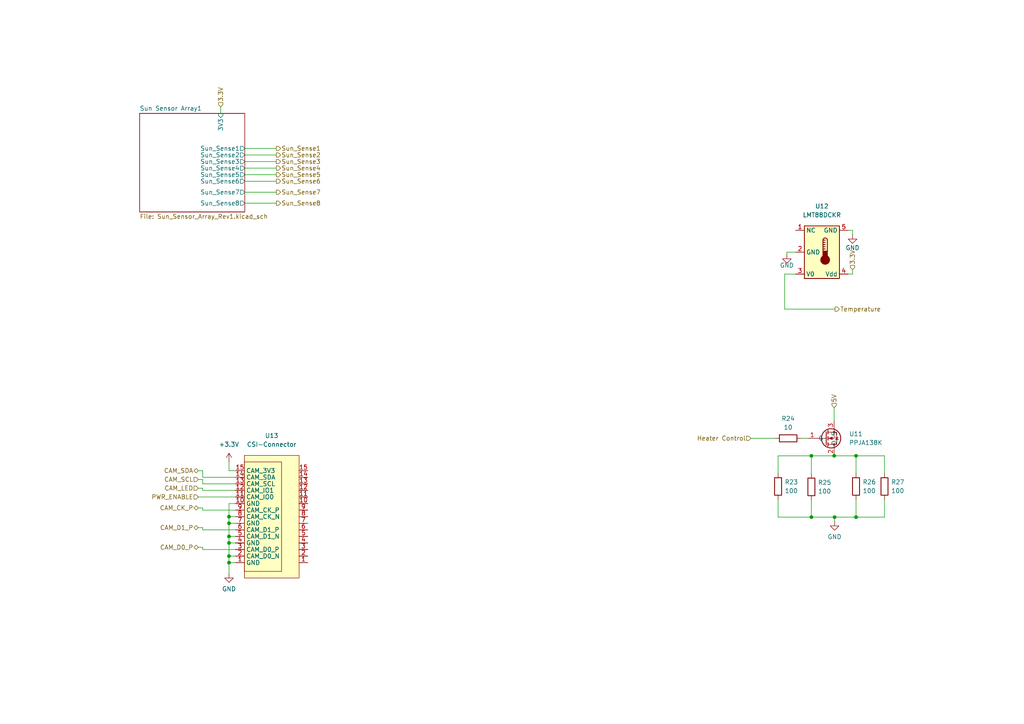
<source format=kicad_sch>
(kicad_sch (version 20230121) (generator eeschema)
  (paper "A4")
  (lib_symbols
    (symbol "Device:R" (pin_numbers hide) (pin_names (offset 0))
      (property "Reference" "R" (at 2.032 0 90))
      (property "Value" "R" (at 0 0 90))
      (symbol "R_0_1"
        (rectangle (start -1.016 -2.54) (end 1.016 2.54) (stroke (width 0.254)))
      )
      (symbol "R_1_1"
        (pin passive line (at 0 3.81 270) (length 1.27) (name "~") (number "1"))
        (pin passive line (at 0 -3.81 90) (length 1.27) (name "~") (number "2"))
      )
    )
    (symbol "SmallSat-Peripherals-Board:CSI-Connector"
      (property "Reference" "U" (at 0 12.065 0))
      (property "Value" "CSI-Connector" (at 0 10.16 0))
      (symbol "CSI-Connector_0_1"
        (rectangle (start -8.255 6.985) (end 2.54 -24.765))
        (rectangle (start -8.255 8.89) (end 7.62 -26.67) (fill (type background)))
      )
      (symbol "CSI-Connector_1_1"
        (pin input line (at 10.16 -22.225 180) (length 2.54) (name "") (number "1"))
        (pin input line (at -10.795 -22.225 0) (length 2.54) (name "GND") (number "1"))
        (pin input line (at 10.16 -5.08 180) (length 2.54) (name "") (number "10"))
        (pin input line (at -10.795 -5.08 0) (length 2.54) (name "GND") (number "10"))
        (pin input line (at 10.16 -3.175 180) (length 2.54) (name "") (number "11"))
        (pin input line (at -10.795 -3.175 0) (length 2.54) (name "CAM_IO0") (number "11"))
        (pin input line (at 10.16 -1.27 180) (length 2.54) (name "") (number "12"))
        (pin output line (at -10.795 -1.27 0) (length 2.54) (name "CAM_IO1") (number "12"))
        (pin output line (at 10.16 0.635 180) (length 2.54) (name "") (number "13"))
        (pin input line (at -10.795 0.635 0) (length 2.54) (name "CAM_SCL") (number "13"))
        (pin bidirectional line (at 10.16 2.54 180) (length 2.54) (name "") (number "14"))
        (pin bidirectional line (at -10.795 2.54 0) (length 2.54) (name "CAM_SDA") (number "14"))
        (pin input line (at 10.16 4.445 180) (length 2.54) (name "") (number "15"))
        (pin input line (at -10.795 4.445 0) (length 2.54) (name "CAM_3V3") (number "15"))
        (pin input line (at 10.16 -20.32 180) (length 2.54) (name "") (number "2"))
        (pin input line (at -10.795 -20.32 0) (length 2.54) (name "CAM_D0_N") (number "2"))
        (pin input line (at 10.16 -18.415 180) (length 2.54) (name "") (number "3"))
        (pin input line (at -10.795 -18.415 0) (length 2.54) (name "CAM_D0_P") (number "3"))
        (pin input line (at 10.16 -16.51 180) (length 2.54) (name "") (number "4"))
        (pin input line (at -10.795 -16.51 0) (length 2.54) (name "GND") (number "4"))
        (pin input line (at 10.16 -14.605 180) (length 2.54) (name "") (number "5"))
        (pin input line (at -10.795 -14.605 0) (length 2.54) (name "CAM_D1_N") (number "5"))
        (pin input line (at 10.16 -12.7 180) (length 2.54) (name "") (number "6"))
        (pin input line (at -10.795 -12.7 0) (length 2.54) (name "CAM_D1_P") (number "6"))
        (pin input line (at 10.16 -10.795 180) (length 2.54) (name "") (number "7"))
        (pin input line (at -10.795 -10.795 0) (length 2.54) (name "GND") (number "7"))
        (pin input line (at 10.16 -8.89 180) (length 2.54) (name "") (number "8"))
        (pin input line (at -10.795 -8.89 0) (length 2.54) (name "CAM_CK_N") (number "8"))
        (pin input line (at 10.16 -6.985 180) (length 2.54) (name "") (number "9"))
        (pin input line (at -10.795 -6.985 0) (length 2.54) (name "CAM_CK_P") (number "9"))
      )
    )
    (symbol "SmallSat-Peripherals-Board:LMT88DCKR"
      (property "Reference" "U" (at 0 9.525 0))
      (property "Value" "LMT88DCKR" (at 0 11.43 0))
      (symbol "LMT88DCKR_0_1"
        (polyline (pts (xy 0.3175 0.9525) (xy 0.9525 0.9525)) (stroke (width 0.254)))
        (polyline (pts (xy 0.3175 1.5875) (xy 0.9525 1.5875)) (stroke (width 0.254)))
        (polyline (pts (xy 0.3175 2.2225) (xy 0.9525 2.2225)) (stroke (width 0.254)))
        (polyline (pts (xy 0.3175 2.8575) (xy 0.9525 2.8575)) (stroke (width 0.254)))
        (polyline (pts (xy 0.3175 3.4925) (xy 0.3175 0.3175)) (stroke (width 0.254)))
        (polyline (pts (xy 0.3175 3.4925) (xy 0.9525 3.4925)) (stroke (width 0.254)))
        (polyline (pts (xy 1.5875 3.4925) (xy 1.5875 0.3175)) (stroke (width 0.254)))
        (circle (center 0.9525 -2.2225) (radius 1.27) (stroke (width 0.254)) (fill (type outline)))
        (rectangle (start 1.5875 -1.5875) (end 0.3175 0.3175) (stroke (width 0.254)) (fill (type outline)))
        (arc (start 1.5875 3.4925) (mid 0.9525 4.1248) (end 0.3175 3.4925) (stroke (width 0.254)))
        (rectangle (start 5.08 7.62) (end -5.08 -7.62) (stroke (width 0.254)) (fill (type background)))
      )
      (symbol "LMT88DCKR_1_1"
        (pin power_in line (at -7.62 6.35 0) (length 2.54) (name "NC") (number "1"))
        (pin power_in line (at -7.62 0 0) (length 2.54) (name "GND") (number "2"))
        (pin output line (at -7.62 -6.35 0) (length 2.54) (name "V0") (number "3"))
        (pin power_in line (at 7.62 -6.35 180) (length 2.54) (name "Vdd") (number "4"))
        (pin power_in line (at 7.62 6.35 180) (length 2.54) (name "GND") (number "5"))
      )
    )
    (symbol "SmallSat-Peripherals-Board:PPJA138K"
      (property "Reference" "U" (at 0 12.7 0))
      (property "Value" "PPJA138K" (at 0 15.24 0))
      (symbol "PPJA138K_0_1"
        (polyline (pts (xy -1.27 0) (xy -4.064 0)))
        (polyline (pts (xy -1.27 1.905) (xy -1.27 -1.905)) (stroke (width 0.254)))
        (polyline (pts (xy -0.762 -1.27) (xy -0.762 -2.286)) (stroke (width 0.254)))
        (polyline (pts (xy -0.762 0.508) (xy -0.762 -0.508)) (stroke (width 0.254)))
        (polyline (pts (xy -0.762 2.286) (xy -0.762 1.27)) (stroke (width 0.254)))
        (polyline (pts (xy 1.016 2.54) (xy 1.016 1.778)))
        (polyline (pts (xy 1.016 -2.54) (xy 1.016 0) (xy -0.762 0)))
        (polyline (pts (xy -0.762 -1.778) (xy 1.778 -1.778) (xy 1.778 1.778) (xy -0.762 1.778)))
        (polyline (pts (xy -0.508 0) (xy 0.508 0.381) (xy 0.508 -0.381) (xy -0.508 0)) (fill (type outline)))
        (polyline (pts (xy 1.27 0.508) (xy 1.397 0.381) (xy 2.159 0.381) (xy 2.286 0.254)))
        (polyline (pts (xy 1.778 0.381) (xy 1.397 -0.254) (xy 2.159 -0.254) (xy 1.778 0.381)))
        (circle (center 0.127 0) (radius 2.794) (stroke (width 0.254)))
        (circle (center 1.016 -1.778) (radius 0.254) (fill (type outline)))
        (circle (center 1.016 1.778) (radius 0.254) (fill (type outline)))
      )
      (symbol "PPJA138K_1_1"
        (pin input line (at -6.604 0 0) (length 2.54) (name "G") (number "1"))
        (pin passive line (at 1.016 5.08 270) (length 2.54) (name "D") (number "2"))
        (pin passive line (at 1.016 -5.08 90) (length 2.54) (name "S") (number "3"))
      )
    )
    (symbol "power:+3.3V" (power) (pin_names (offset 0))
      (property "Value" "+3.3V" (at 0 3.556 0))
      (symbol "+3.3V_0_1"
        (polyline (pts (xy -0.762 1.27) (xy 0 2.54)))
        (polyline (pts (xy 0 0) (xy 0 2.54)))
        (polyline (pts (xy 0 2.54) (xy 0.762 1.27)))
      )
      (symbol "+3.3V_1_1"
        (pin power_in line (at 0 0 90) (length 0) hide (name "+3.3V") (number "1"))
      )
    )
    (symbol "power:GND" (power) (pin_names (offset 0))
      (property "Value" "GND" (at 0 -3.81 0))
      (symbol "GND_0_1"
        (polyline (pts (xy 0 0) (xy 0 -1.27) (xy 1.27 -1.27) (xy 0 -2.54) (xy -1.27 -1.27) (xy 0 -1.27)))
      )
      (symbol "GND_1_1"
        (pin power_in line (at 0 0 270) (length 0) hide (name "GND") (number "1"))
      )
    )
  )
  (junction (at 248.285 149.987))
  (junction (at 235.331 149.987))
  (junction (at 66.421 161.29))
  (junction (at 66.421 155.575))
  (junction (at 66.421 151.765))
  (junction (at 241.935 132.207))
  (junction (at 235.331 132.207))
  (junction (at 66.421 149.86))
  (junction (at 242.062 149.987))
  (junction (at 66.421 163.195))
  (junction (at 66.421 157.48))
  (junction (at 248.285 132.207))
  (wire (pts (xy 66.421 161.29) (xy 68.326 161.29)))
  (wire (pts (xy 225.679 144.907) (xy 225.679 149.987)))
  (wire (pts (xy 57.531 139.065) (xy 58.801 139.065)))
  (wire (pts (xy 247.269 79.502) (xy 245.999 79.502)))
  (wire (pts (xy 235.331 132.207) (xy 235.331 137.414)))
  (wire (pts (xy 70.993 44.958) (xy 80.137 44.958)))
  (wire (pts (xy 57.531 147.32) (xy 58.801 147.32)))
  (wire (pts (xy 241.935 118.237) (xy 241.935 122.047)))
  (wire (pts (xy 248.285 132.207) (xy 256.54 132.207)))
  (wire (pts (xy 70.993 55.753) (xy 80.137 55.753)))
  (wire (pts (xy 58.801 140.335) (xy 68.326 140.335)))
  (wire (pts (xy 248.285 144.907) (xy 248.285 149.987)))
  (wire (pts (xy 242.062 149.987) (xy 242.062 151.257)))
  (wire (pts (xy 70.993 58.928) (xy 80.137 58.928)))
  (wire (pts (xy 66.421 163.195) (xy 68.326 163.195)))
  (wire (pts (xy 230.759 73.152) (xy 228.219 73.152)))
  (wire (pts (xy 70.993 52.578) (xy 80.137 52.578)))
  (wire (pts (xy 64.008 30.988) (xy 64.008 32.893)))
  (wire (pts (xy 235.331 132.207) (xy 241.935 132.207)))
  (wire (pts (xy 248.285 132.207) (xy 248.285 137.287)))
  (wire (pts (xy 58.801 141.605) (xy 58.801 142.24)))
  (wire (pts (xy 58.801 159.385) (xy 68.326 159.385)))
  (wire (pts (xy 66.421 161.29) (xy 66.421 163.195)))
  (wire (pts (xy 58.801 136.525) (xy 58.801 138.43)))
  (wire (pts (xy 66.421 155.575) (xy 68.326 155.575)))
  (wire (pts (xy 66.421 149.86) (xy 66.421 151.765)))
  (wire (pts (xy 256.54 149.987) (xy 256.54 144.907)))
  (wire (pts (xy 227.584 79.502) (xy 227.584 89.662)))
  (wire (pts (xy 242.062 149.987) (xy 248.285 149.987)))
  (wire (pts (xy 225.679 137.287) (xy 225.679 132.207)))
  (wire (pts (xy 57.531 153.035) (xy 58.801 153.035)))
  (wire (pts (xy 66.421 155.575) (xy 66.421 157.48)))
  (wire (pts (xy 58.801 153.67) (xy 58.801 153.035)))
  (wire (pts (xy 58.801 147.955) (xy 68.326 147.955)))
  (wire (pts (xy 68.326 151.765) (xy 66.421 151.765)))
  (wire (pts (xy 247.269 78.232) (xy 247.269 79.502)))
  (wire (pts (xy 66.421 157.48) (xy 68.326 157.48)))
  (wire (pts (xy 57.531 136.525) (xy 58.801 136.525)))
  (wire (pts (xy 70.993 43.053) (xy 80.137 43.053)))
  (wire (pts (xy 70.993 48.768) (xy 80.137 48.768)))
  (wire (pts (xy 58.801 139.065) (xy 58.801 140.335)))
  (wire (pts (xy 58.801 147.32) (xy 58.801 147.955)))
  (wire (pts (xy 247.269 66.802) (xy 247.269 68.072)))
  (wire (pts (xy 57.531 144.145) (xy 68.326 144.145)))
  (wire (pts (xy 230.759 79.502) (xy 227.584 79.502)))
  (wire (pts (xy 66.421 146.05) (xy 66.421 149.86)))
  (wire (pts (xy 68.326 146.05) (xy 66.421 146.05)))
  (wire (pts (xy 245.999 66.802) (xy 247.269 66.802)))
  (wire (pts (xy 58.801 159.385) (xy 58.801 158.75)))
  (wire (pts (xy 228.219 73.152) (xy 228.219 73.787)))
  (wire (pts (xy 66.421 133.985) (xy 66.421 136.525)))
  (wire (pts (xy 58.801 142.24) (xy 68.326 142.24)))
  (wire (pts (xy 241.935 132.207) (xy 248.285 132.207)))
  (wire (pts (xy 235.331 145.034) (xy 235.331 149.987)))
  (wire (pts (xy 232.41 127.127) (xy 234.315 127.127)))
  (wire (pts (xy 58.801 158.75) (xy 57.531 158.75)))
  (wire (pts (xy 217.805 127.127) (xy 224.79 127.127)))
  (wire (pts (xy 70.993 50.673) (xy 80.137 50.673)))
  (wire (pts (xy 66.421 157.48) (xy 66.421 161.29)))
  (wire (pts (xy 248.285 149.987) (xy 256.54 149.987)))
  (wire (pts (xy 66.421 163.195) (xy 66.421 166.37)))
  (wire (pts (xy 66.421 136.525) (xy 68.326 136.525)))
  (wire (pts (xy 66.421 151.765) (xy 66.421 155.575)))
  (wire (pts (xy 256.54 137.287) (xy 256.54 132.207)))
  (wire (pts (xy 58.801 138.43) (xy 68.326 138.43)))
  (wire (pts (xy 66.421 149.86) (xy 68.326 149.86)))
  (wire (pts (xy 227.584 89.662) (xy 242.189 89.662)))
  (wire (pts (xy 70.993 46.863) (xy 80.137 46.863)))
  (wire (pts (xy 225.679 132.207) (xy 235.331 132.207)))
  (wire (pts (xy 58.801 153.67) (xy 68.326 153.67)))
  (wire (pts (xy 225.679 149.987) (xy 235.331 149.987)))
  (wire (pts (xy 57.531 141.605) (xy 58.801 141.605)))
  (wire (pts (xy 235.331 149.987) (xy 242.062 149.987)))
  (hierarchical_label "3.3V" (shape input) (at 64.008 30.988 90))
  (hierarchical_label "3.3V" (shape input) (at 247.269 78.232 90))
  (hierarchical_label "CAM_CK_P" (shape bidirectional) (at 57.531 147.32 180))
  (hierarchical_label "Sun_Sense1" (shape output) (at 80.137 43.053 0))
  (hierarchical_label "5V" (shape input) (at 241.935 118.237 90))
  (hierarchical_label "CAM_LED" (shape input) (at 57.531 141.605 180))
  (hierarchical_label "Sun_Sense8" (shape output) (at 80.137 58.928 0))
  (hierarchical_label "Sun_Sense4" (shape output) (at 80.137 48.768 0))
  (hierarchical_label "Temperature" (shape output) (at 242.189 89.662 0))
  (hierarchical_label "PWR_ENABLE" (shape input) (at 57.531 144.145 180))
  (hierarchical_label "CAM_SDA" (shape bidirectional) (at 57.531 136.525 180))
  (hierarchical_label "CAM_SCL" (shape input) (at 57.531 139.065 180))
  (hierarchical_label "Sun_Sense3" (shape output) (at 80.137 46.863 0))
  (hierarchical_label "Sun_Sense5" (shape output) (at 80.137 50.673 0))
  (hierarchical_label "CAM_D0_P" (shape bidirectional) (at 57.531 158.75 180))
  (hierarchical_label "Heater Control" (shape input) (at 217.805 127.127 180))
  (hierarchical_label "CAM_D1_P" (shape bidirectional) (at 57.531 153.035 180))
  (hierarchical_label "Sun_Sense7" (shape output) (at 80.137 55.753 0))
  (hierarchical_label "Sun_Sense6" (shape output) (at 80.137 52.578 0))
  (hierarchical_label "Sun_Sense2" (shape output) (at 80.137 44.958 0))
  (symbol (lib_id "Device:R") (at 256.54 141.097 180) (unit 1)
    (property "Reference" "R27" (at 258.445 139.8269 0) (effects (justify right)))
    (property "Value" "100" (at 258.445 142.3669 0) (effects (justify right)))
  )
  (symbol (lib_id "power:GND") (at 242.062 151.257 0) (unit 1)
    (property "Reference" "#PWR015" (effects hide))
    (property "Value" "GND" (at 242.062 155.702 0))
  )
  (symbol (lib_id "SmallSat-Peripherals-Board:CSI-Connector") (at 79.121 140.97 0) (unit 1)
    (property "Reference" "U13" (at 78.8035 126.365 0))
    (property "Value" "CSI-Connector" (at 78.8035 128.905 0))
  )
  (symbol (lib_id "Device:R") (at 248.285 141.097 180) (unit 1)
    (property "Reference" "R26" (at 250.19 139.8269 0) (effects (justify right)))
    (property "Value" "100" (at 250.19 142.3669 0) (effects (justify right)))
  )
  (symbol (lib_id "power:GND") (at 247.269 68.072 0) (unit 1)
    (property "Reference" "#PWR017" (effects hide))
    (property "Value" "GND" (at 247.269 71.882 0))
  )
  (symbol (lib_id "Device:R") (at 235.331 141.224 180) (unit 1)
    (property "Reference" "R25" (at 237.236 139.9539 0) (effects (justify right)))
    (property "Value" "100" (at 237.236 142.4939 0) (effects (justify right)))
  )
  (symbol (lib_id "power:GND") (at 66.421 166.37 0) (unit 1)
    (property "Reference" "#PWR034" (effects hide))
    (property "Value" "GND" (at 66.421 170.815 0))
  )
  (symbol (lib_id "Device:R") (at 228.6 127.127 90) (unit 1)
    (property "Reference" "R24" (at 228.6 121.412 90))
    (property "Value" "10" (at 228.6 123.952 90))
  )
  (symbol (lib_id "SmallSat-Peripherals-Board:LMT88DCKR") (at 238.379 73.152 0) (unit 1)
    (property "Reference" "U12" (at 238.379 59.817 0))
    (property "Value" "LMT88DCKR" (at 238.379 62.357 0))
    (property "Datasheet" "https://www.ti.com/lit/ds/symlink/lmt88.pdf?HQS=dis-dk-null-digikeymode-dsf-pf-null-wwe&ts=1702394160978" (effects hide))
  )
  (symbol (lib_id "Device:R") (at 225.679 141.097 180) (unit 1)
    (property "Reference" "R23" (at 227.584 139.8269 0) (effects (justify right)))
    (property "Value" "100" (at 227.584 142.3669 0) (effects (justify right)))
  )
  (symbol (lib_id "power:+3.3V") (at 66.421 133.985 0) (unit 1)
    (property "Reference" "#PWR033" (effects hide))
    (property "Value" "+3.3V" (at 66.421 128.905 0))
  )
  (symbol (lib_id "SmallSat-Peripherals-Board:PPJA138K") (at 240.919 127.127 0) (mirror x) (unit 1)
    (property "Reference" "U11" (at 246.253 125.8569 0) (effects (justify left)))
    (property "Value" "PPJA138K" (at 246.253 128.3969 0) (effects (justify left)))
    (property "Datasheet" "https://www.panjit.com.tw/upload/datasheet/PJA138K.pdf" (effects hide))
  )
  (symbol (lib_id "power:GND") (at 228.219 73.787 0) (unit 1)
    (property "Reference" "#PWR016" (effects hide))
    (property "Value" "GND" (at 228.219 76.962 0))
  )
  (sheet (at 40.513 32.893) (size 30.48 28.575) (stroke (width 0.1524))
    (property "Sheetname" "Sun Sensor Array1" (at 40.513 32.1814 0) (effects (justify left bottom)))
    (property "Sheetfile" "Sun_Sensor_Array_Rev1.kicad_sch" (at 40.513 62.0526 0) (effects (justify left top)))
    (pin "Sun_Sense1" output (at 70.993 43.053 0))
    (pin "Sun_Sense7" output (at 70.993 55.753 0))
    (pin "Sun_Sense2" output (at 70.993 44.958 0))
    (pin "Sun_Sense3" output (at 70.993 46.863 0))
    (pin "Sun_Sense4" output (at 70.993 48.768 0))
    (pin "Sun_Sense5" output (at 70.993 50.673 0))
    (pin "Sun_Sense6" output (at 70.993 52.578 0))
    (pin "Sun_Sense8" output (at 70.993 58.928 0))
    (pin "3V3" input (at 64.008 32.893 90))
  )
)
</source>
